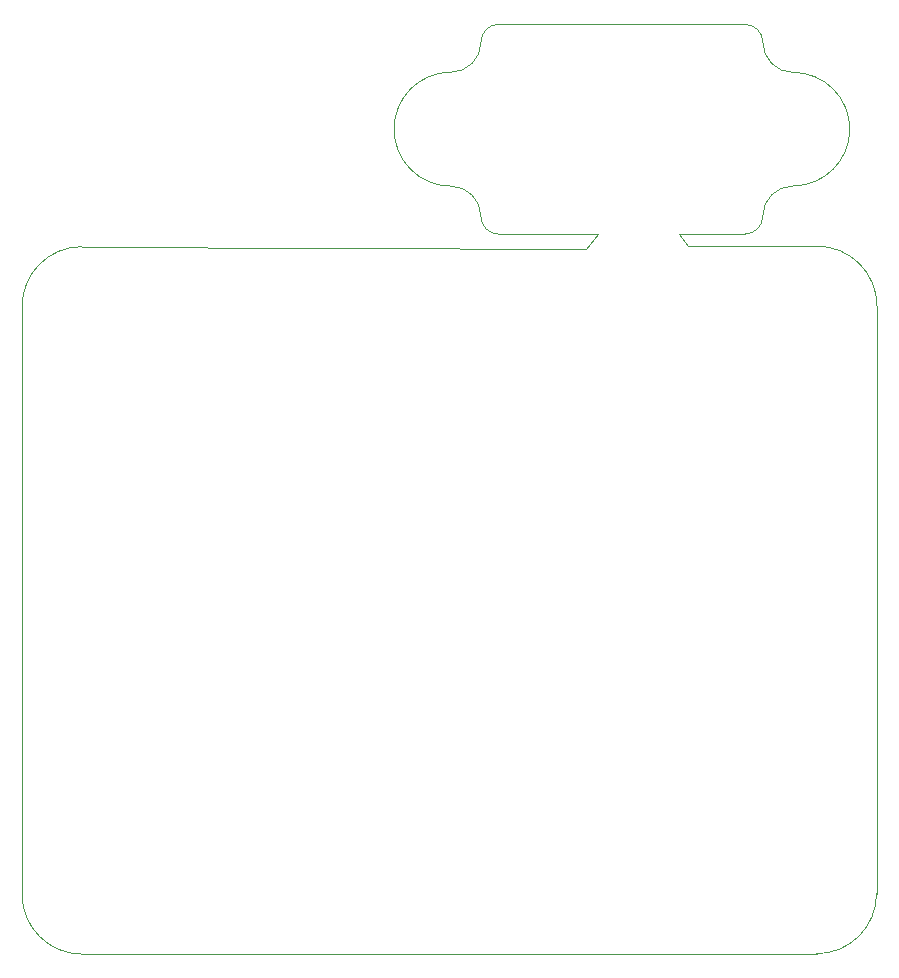
<source format=gbr>
%TF.GenerationSoftware,KiCad,Pcbnew,8.0.7*%
%TF.CreationDate,2024-12-24T17:50:32+01:00*%
%TF.ProjectId,AudioInterface,41756469-6f49-46e7-9465-72666163652e,1.1*%
%TF.SameCoordinates,Original*%
%TF.FileFunction,Profile,NP*%
%FSLAX46Y46*%
G04 Gerber Fmt 4.6, Leading zero omitted, Abs format (unit mm)*
G04 Created by KiCad (PCBNEW 8.0.7) date 2024-12-24 17:50:32*
%MOMM*%
%LPD*%
G01*
G04 APERTURE LIST*
%TA.AperFunction,Profile*%
%ADD10C,0.100000*%
%TD*%
G04 APERTURE END LIST*
D10*
X46266000Y50324000D02*
X57188000Y50324000D01*
X45504000Y51340000D02*
X46266000Y50324000D01*
X51073949Y51340000D02*
X45504000Y51340000D01*
X38646000Y51340000D02*
X37630000Y50070000D01*
X30245949Y51340000D02*
X38646000Y51340000D01*
X52597949Y52864000D02*
G75*
G02*
X51073949Y51340000I-1523999J-1D01*
G01*
X30245949Y51340000D02*
G75*
G02*
X28721949Y52864000I-1J1523999D01*
G01*
X30264000Y69120000D02*
X51092000Y69101949D01*
X28740000Y67596000D02*
G75*
G02*
X30264000Y69120000I1524000J0D01*
G01*
X51092000Y69101949D02*
G75*
G02*
X52597949Y67596000I0J-1505949D01*
G01*
X28740000Y67596000D02*
G75*
G02*
X26200000Y65056000I-2540001J1D01*
G01*
X55156000Y65037949D02*
G75*
G02*
X52597949Y67596000I1J2558052D01*
G01*
X52597949Y52864000D02*
G75*
G02*
X55156000Y55422051I2558052J-1D01*
G01*
X26200000Y55403936D02*
G75*
G02*
X28721949Y52864000I-18051J-2539936D01*
G01*
X26200000Y55404000D02*
G75*
G02*
X26200000Y65056000I0J4826000D01*
G01*
X55156000Y65037949D02*
G75*
G02*
X55156000Y55422051I0J-4807949D01*
G01*
X57188000Y50324000D02*
G75*
G02*
X62268000Y45244000I-2J-5080002D01*
G01*
X-10122000Y45207896D02*
G75*
G02*
X-5042000Y50287896I5080002J-2D01*
G01*
X62231898Y-4503898D02*
G75*
G02*
X57151898Y-9583898I-5080002J2D01*
G01*
X-5042000Y-9620000D02*
G75*
G02*
X-10122000Y-4540000I0J5080000D01*
G01*
X-5042000Y50287896D02*
X37630000Y50070000D01*
X-10122000Y-4540000D02*
X-10122000Y45207896D01*
X57151898Y-9583898D02*
X-5042000Y-9620000D01*
X62268000Y45244000D02*
X62231898Y-4503898D01*
M02*

</source>
